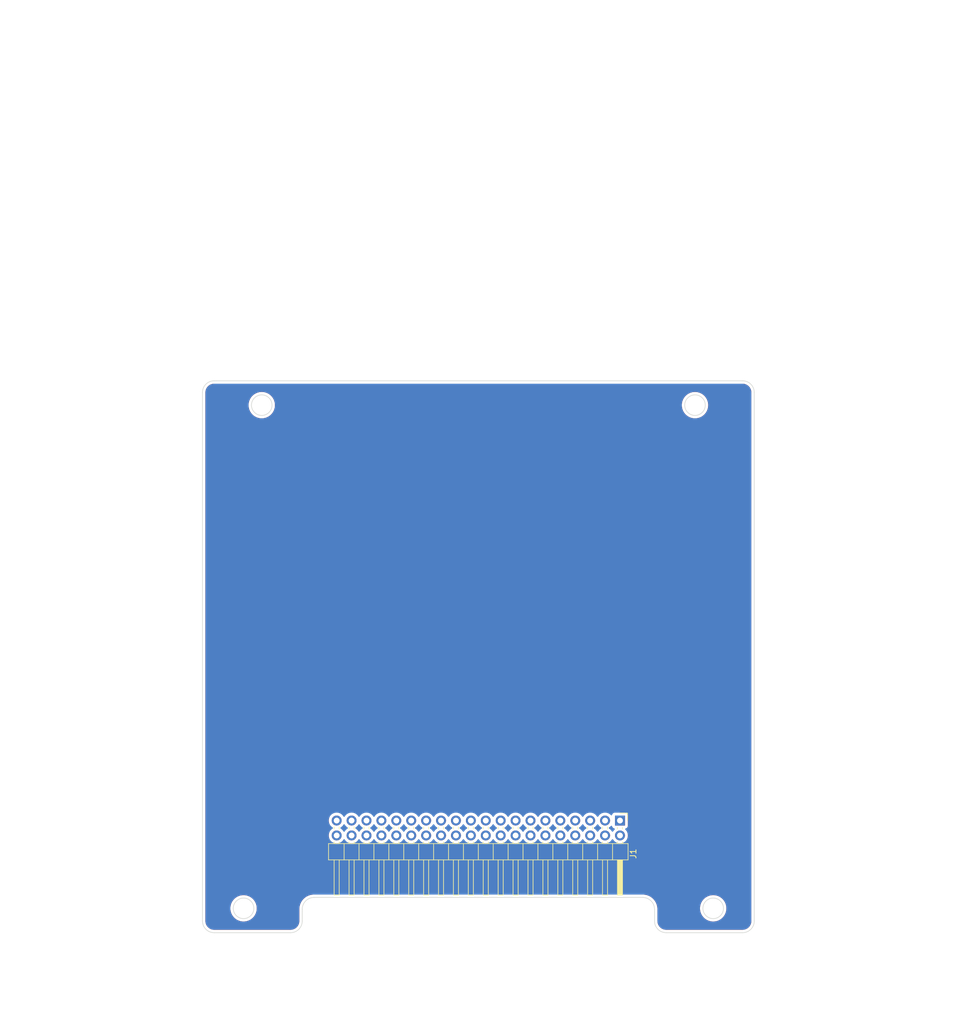
<source format=kicad_pcb>
(kicad_pcb (version 20241229) (generator "pcbnew") (generator_version "9.0")
  (layers (0 "F.Cu" signal) (2 "B.Cu" signal) (13 "F.Paste" user) (15 "B.Paste" user) (5 "F.SilkS" user "F.Silkscreen") (7 "B.SilkS" user "B.Silkscreen") (1 "F.Mask" user) (3 "B.Mask" user) (25 "Edge.Cuts" user))
  (net 0 "")
  (net 41 "gnd")
  (footprint "Connector_PinHeader_2.54mm:PinHeader_2x20_P2.54mm_Horizontal" (layer "F.Cu") (at 198.12 107.95 -90)
    (property "Reference" "J1" (at 5.655 -2.27 90) (layer "F.SilkS"))
    (property "Value" "Conn_02x20_Odd_Even")
    (fp_line (start 3.93 49.64) (end 6.69 49.64) (stroke (width 0.12)) (layer "F.SilkS"))
    (fp_line (start 6.69 49.64) (end 6.69 -1.38) (stroke (width 0.12)) (layer "F.SilkS"))
    (fp_line (start 1.077358 48.69) (end 1.462642 48.69) (stroke (width 0.12)) (layer "F.SilkS"))
    (fp_line (start 3.617358 48.69) (end 3.93 48.69) (stroke (width 0.12)) (layer "F.SilkS"))
    (fp_line (start 12.69 48.69) (end 6.69 48.69) (stroke (width 0.12)) (layer "F.SilkS"))
    (fp_line (start 1.077358 47.83) (end 1.462642 47.83) (stroke (width 0.12)) (layer "F.SilkS"))
    (fp_line (start 3.617358 47.83) (end 3.93 47.83) (stroke (width 0.12)) (layer "F.SilkS"))
    (fp_line (start 6.69 47.83) (end 12.69 47.83) (stroke (width 0.12)) (layer "F.SilkS"))
    (fp_line (start 12.69 47.83) (end 12.69 48.69) (stroke (width 0.12)) (layer "F.SilkS"))
    (fp_line (start 3.93 46.99) (end 6.69 46.99) (stroke (width 0.12)) (layer "F.SilkS"))
    (fp_line (start 1.077358 46.15) (end 1.462642 46.15) (stroke (width 0.12)) (layer "F.SilkS"))
    (fp_line (start 3.617358 46.15) (end 3.93 46.15) (stroke (width 0.12)) (layer "F.SilkS"))
    (fp_line (start 12.69 46.15) (end 6.69 46.15) (stroke (width 0.12)) (layer "F.SilkS"))
    (fp_line (start 1.077358 45.29) (end 1.462642 45.29) (stroke (width 0.12)) (layer "F.SilkS"))
    (fp_line (start 3.617358 45.29) (end 3.93 45.29) (stroke (width 0.12)) (layer "F.SilkS"))
    (fp_line (start 6.69 45.29) (end 12.69 45.29) (stroke (width 0.12)) (layer "F.SilkS"))
    (fp_line (start 12.69 45.29) (end 12.69 46.15) (stroke (width 0.12)) (layer "F.SilkS"))
    (fp_line (start 3.93 44.45) (end 6.69 44.45) (stroke (width 0.12)) (layer "F.SilkS"))
    (fp_line (start 1.077358 43.61) (end 1.462642 43.61) (stroke (width 0.12)) (layer "F.SilkS"))
    (fp_line (start 3.617358 43.61) (end 3.93 43.61) (stroke (width 0.12)) (layer "F.SilkS"))
    (fp_line (start 12.69 43.61) (end 6.69 43.61) (stroke (width 0.12)) (layer "F.SilkS"))
    (fp_line (start 1.077358 42.75) (end 1.462642 42.75) (stroke (width 0.12)) (layer "F.SilkS"))
    (fp_line (start 3.617358 42.75) (end 3.93 42.75) (stroke (width 0.12)) (layer "F.SilkS"))
    (fp_line (start 6.69 42.75) (end 12.69 42.75) (stroke (width 0.12)) (layer "F.SilkS"))
    (fp_line (start 12.69 42.75) (end 12.69 43.61) (stroke (width 0.12)) (layer "F.SilkS"))
    (fp_line (start 3.93 41.91) (end 6.69 41.91) (stroke (width 0.12)) (layer "F.SilkS"))
    (fp_line (start 1.077358 41.07) (end 1.462642 41.07) (stroke (width 0.12)) (layer "F.SilkS"))
    (fp_line (start 3.617358 41.07) (end 3.93 41.07) (stroke (width 0.12)) (layer "F.SilkS"))
    (fp_line (start 12.69 41.07) (end 6.69 41.07) (stroke (width 0.12)) (layer "F.SilkS"))
    (fp_line (start 1.077358 40.21) (end 1.462642 40.21) (stroke (width 0.12)) (layer "F.SilkS"))
    (fp_line (start 3.617358 40.21) (end 3.93 40.21) (stroke (width 0.12)) (layer "F.SilkS"))
    (fp_line (start 6.69 40.21) (end 12.69 40.21) (stroke (width 0.12)) (layer "F.SilkS"))
    (fp_line (start 12.69 40.21) (end 12.69 41.07) (stroke (width 0.12)) (layer "F.SilkS"))
    (fp_line (start 3.93 39.37) (end 6.69 39.37) (stroke (width 0.12)) (layer "F.SilkS"))
    (fp_line (start 1.077358 38.53) (end 1.462642 38.53) (stroke (width 0.12)) (layer "F.SilkS"))
    (fp_line (start 3.617358 38.53) (end 3.93 38.53) (stroke (width 0.12)) (layer "F.SilkS"))
    (fp_line (start 12.69 38.53) (end 6.69 38.53) (stroke (width 0.12)) (layer "F.SilkS"))
    (fp_line (start 1.077358 37.67) (end 1.462642 37.67) (stroke (width 0.12)) (layer "F.SilkS"))
    (fp_line (start 3.617358 37.67) (end 3.93 37.67) (stroke (width 0.12)) (layer "F.SilkS"))
    (fp_line (start 6.69 37.67) (end 12.69 37.67) (stroke (width 0.12)) (layer "F.SilkS"))
    (fp_line (start 12.69 37.67) (end 12.69 38.53) (stroke (width 0.12)) (layer "F.SilkS"))
    (fp_line (start 3.93 36.83) (end 6.69 36.83) (stroke (width 0.12)) (layer "F.SilkS"))
    (fp_line (start 1.077358 35.99) (end 1.462642 35.99) (stroke (width 0.12)) (layer "F.SilkS"))
    (fp_line (start 3.617358 35.99) (end 3.93 35.99) (stroke (width 0.12)) (layer "F.SilkS"))
    (fp_line (start 12.69 35.99) (end 6.69 35.99) (stroke (width 0.12)) (layer "F.SilkS"))
    (fp_line (start 1.077358 35.13) (end 1.462642 35.13) (stroke (width 0.12)) (layer "F.SilkS"))
    (fp_line (start 3.617358 35.13) (end 3.93 35.13) (stroke (width 0.12)) (layer "F.SilkS"))
    (fp_line (start 6.69 35.13) (end 12.69 35.13) (stroke (width 0.12)) (layer "F.SilkS"))
    (fp_line (start 12.69 35.13) (end 12.69 35.99) (stroke (width 0.12)) (layer "F.SilkS"))
    (fp_line (start 3.93 34.29) (end 6.69 34.29) (stroke (width 0.12)) (layer "F.SilkS"))
    (fp_line (start 1.077358 33.45) (end 1.462642 33.45) (stroke (width 0.12)) (layer "F.SilkS"))
    (fp_line (start 3.617358 33.45) (end 3.93 33.45) (stroke (width 0.12)) (layer "F.SilkS"))
    (fp_line (start 12.69 33.45) (end 6.69 33.45) (stroke (width 0.12)) (layer "F.SilkS"))
    (fp_line (start 1.077358 32.59) (end 1.462642 32.59) (stroke (width 0.12)) (layer "F.SilkS"))
    (fp_line (start 3.617358 32.59) (end 3.93 32.59) (stroke (width 0.12)) (layer "F.SilkS"))
    (fp_line (start 6.69 32.59) (end 12.69 32.59) (stroke (width 0.12)) (layer "F.SilkS"))
    (fp_line (start 12.69 32.59) (end 12.69 33.45) (stroke (width 0.12)) (layer "F.SilkS"))
    (fp_line (start 3.93 31.75) (end 6.69 31.75) (stroke (width 0.12)) (layer "F.SilkS"))
    (fp_line (start 1.077358 30.91) (end 1.462642 30.91) (stroke (width 0.12)) (layer "F.SilkS"))
    (fp_line (start 3.617358 30.91) (end 3.93 30.91) (stroke (width 0.12)) (layer "F.SilkS"))
    (fp_line (start 12.69 30.91) (end 6.69 30.91) (stroke (width 0.12)) (layer "F.SilkS"))
    (fp_line (start 1.077358 30.05) (end 1.462642 30.05) (stroke (width 0.12)) (layer "F.SilkS"))
    (fp_line (start 3.617358 30.05) (end 3.93 30.05) (stroke (width 0.12)) (layer "F.SilkS"))
    (fp_line (start 6.69 30.05) (end 12.69 30.05) (stroke (width 0.12)) (layer "F.SilkS"))
    (fp_line (start 12.69 30.05) (end 12.69 30.91) (stroke (width 0.12)) (layer "F.SilkS"))
    (fp_line (start 3.93 29.21) (end 6.69 29.21) (stroke (width 0.12)) (layer "F.SilkS"))
    (fp_line (start 1.077358 28.37) (end 1.462642 28.37) (stroke (width 0.12)) (layer "F.SilkS"))
    (fp_line (start 3.617358 28.37) (end 3.93 28.37) (stroke (width 0.12)) (layer "F.SilkS"))
    (fp_line (start 12.69 28.37) (end 6.69 28.37) (stroke (width 0.12)) (layer "F.SilkS"))
    (fp_line (start 1.077358 27.51) (end 1.462642 27.51) (stroke (width 0.12)) (layer "F.SilkS"))
    (fp_line (start 3.617358 27.51) (end 3.93 27.51) (stroke (width 0.12)) (layer "F.SilkS"))
    (fp_line (start 6.69 27.51) (end 12.69 27.51) (stroke (width 0.12)) (layer "F.SilkS"))
    (fp_line (start 12.69 27.51) (end 12.69 28.37) (stroke (width 0.12)) (layer "F.SilkS"))
    (fp_line (start 3.93 26.67) (end 6.69 26.67) (stroke (width 0.12)) (layer "F.SilkS"))
    (fp_line (start 1.077358 25.83) (end 1.462642 25.83) (stroke (width 0.12)) (layer "F.SilkS"))
    (fp_line (start 3.617358 25.83) (end 3.93 25.83) (stroke (width 0.12)) (layer "F.SilkS"))
    (fp_line (start 12.69 25.83) (end 6.69 25.83) (stroke (width 0.12)) (layer "F.SilkS"))
    (fp_line (start 1.077358 24.97) (end 1.462642 24.97) (stroke (width 0.12)) (layer "F.SilkS"))
    (fp_line (start 3.617358 24.97) (end 3.93 24.97) (stroke (width 0.12)) (layer "F.SilkS"))
    (fp_line (start 6.69 24.97) (end 12.69 24.97) (stroke (width 0.12)) (layer "F.SilkS"))
    (fp_line (start 12.69 24.97) (end 12.69 25.83) (stroke (width 0.12)) (layer "F.SilkS"))
    (fp_line (start 3.93 24.13) (end 6.69 24.13) (stroke (width 0.12)) (layer "F.SilkS"))
    (fp_line (start 1.077358 23.29) (end 1.462642 23.29) (stroke (width 0.12)) (layer "F.SilkS"))
    (fp_line (start 3.617358 23.29) (end 3.93 23.29) (stroke (width 0.12)) (layer "F.SilkS"))
    (fp_line (start 12.69 23.29) (end 6.69 23.29) (stroke (width 0.12)) (layer "F.SilkS"))
    (fp_line (start 1.077358 22.43) (end 1.462642 22.43) (stroke (width 0.12)) (layer "F.SilkS"))
    (fp_line (start 3.617358 22.43) (end 3.93 22.43) (stroke (width 0.12)) (layer "F.SilkS"))
    (fp_line (start 6.69 22.43) (end 12.69 22.43) (stroke (width 0.12)) (layer "F.SilkS"))
    (fp_line (start 12.69 22.43) (end 12.69 23.29) (stroke (width 0.12)) (layer "F.SilkS"))
    (fp_line (start 3.93 21.59) (end 6.69 21.59) (stroke (width 0.12)) (layer "F.SilkS"))
    (fp_line (start 1.077358 20.75) (end 1.462642 20.75) (stroke (width 0.12)) (layer "F.SilkS"))
    (fp_line (start 3.617358 20.75) (end 3.93 20.75) (stroke (width 0.12)) (layer "F.SilkS"))
    (fp_line (start 12.69 20.75) (end 6.69 20.75) (stroke (width 0.12)) (layer "F.SilkS"))
    (fp_line (start 1.077358 19.89) (end 1.462642 19.89) (stroke (width 0.12)) (layer "F.SilkS"))
    (fp_line (start 3.617358 19.89) (end 3.93 19.89) (stroke (width 0.12)) (layer "F.SilkS"))
    (fp_line (start 6.69 19.89) (end 12.69 19.89) (stroke (width 0.12)) (layer "F.SilkS"))
    (fp_line (start 12.69 19.89) (end 12.69 20.75) (stroke (width 0.12)) (layer "F.SilkS"))
    (fp_line (start 3.93 19.05) (end 6.69 19.05) (stroke (width 0.12)) (layer "F.SilkS"))
    (fp_line (start 1.077358 18.21) (end 1.462642 18.21) (stroke (width 0.12)) (layer "F.SilkS"))
    (fp_line (start 3.617358 18.21) (end 3.93 18.21) (stroke (width 0.12)) (layer "F.SilkS"))
    (fp_line (start 12.69 18.21) (end 6.69 18.21) (stroke (width 0.12)) (layer "F.SilkS"))
    (fp_line (start 1.077358 17.35) (end 1.462642 17.35) (stroke (width 0.12)) (layer "F.SilkS"))
    (fp_line (start 3.617358 17.35) (end 3.93 17.35) (stroke (width 0.12)) (layer "F.SilkS"))
    (fp_line (start 6.69 17.35) (end 12.69 17.35) (stroke (width 0.12)) (layer "F.SilkS"))
    (fp_line (start 12.69 17.35) (end 12.69 18.21) (stroke (width 0.12)) (layer "F.SilkS"))
    (fp_line (start 3.93 16.51) (end 6.69 16.51) (stroke (width 0.12)) (layer "F.SilkS"))
    (fp_line (start 1.077358 15.67) (end 1.462642 15.67) (stroke (width 0.12)) (layer "F.SilkS"))
    (fp_line (start 3.617358 15.67) (end 3.93 15.67) (stroke (width 0.12)) (layer "F.SilkS"))
    (fp_line (start 12.69 15.67) (end 6.69 15.67) (stroke (width 0.12)) (layer "F.SilkS"))
    (fp_line (start 1.077358 14.81) (end 1.462642 14.81) (stroke (width 0.12)) (layer "F.SilkS"))
    (fp_line (start 3.617358 14.81) (end 3.93 14.81) (stroke (width 0.12)) (layer "F.SilkS"))
    (fp_line (start 6.69 14.81) (end 12.69 14.81) (stroke (width 0.12)) (layer "F.SilkS"))
    (fp_line (start 12.69 14.81) (end 12.69 15.67) (stroke (width 0.12)) (layer "F.SilkS"))
    (fp_line (start 3.93 13.97) (end 6.69 13.97) (stroke (width 0.12)) (layer "F.SilkS"))
    (fp_line (start 1.077358 13.13) (end 1.462642 13.13) (stroke (width 0.12)) (layer "F.SilkS"))
    (fp_line (start 3.617358 13.13) (end 3.93 13.13) (stroke (width 0.12)) (layer "F.SilkS"))
    (fp_line (start 12.69 13.13) (end 6.69 13.13) (stroke (width 0.12)) (layer "F.SilkS"))
    (fp_line (start 1.077358 12.27) (end 1.462642 12.27) (stroke (width 0.12)) (layer "F.SilkS"))
    (fp_line (start 3.617358 12.27) (end 3.93 12.27) (stroke (width 0.12)) (layer "F.SilkS"))
    (fp_line (start 6.69 12.27) (end 12.69 12.27) (stroke (width 0.12)) (layer "F.SilkS"))
    (fp_line (start 12.69 12.27) (end 12.69 13.13) (stroke (width 0.12)) (layer "F.SilkS"))
    (fp_line (start 3.93 11.43) (end 6.69 11.43) (stroke (width 0.12)) (layer "F.SilkS"))
    (fp_line (start 1.077358 10.59) (end 1.462642 10.59) (stroke (width 0.12)) (layer "F.SilkS"))
    (fp_line (start 3.617358 10.59) (end 3.93 10.59) (stroke (width 0.12)) (layer "F.SilkS"))
    (fp_line (start 12.69 10.59) (end 6.69 10.59) (stroke (width 0.12)) (layer "F.SilkS"))
    (fp_line (start 1.077358 9.73) (end 1.462642 9.73) (stroke (width 0.12)) (layer "F.SilkS"))
    (fp_line (start 3.617358 9.73) (end 3.93 9.73) (stroke (width 0.12)) (layer "F.SilkS"))
    (fp_line (start 6.69 9.73) (end 12.69 9.73) (stroke (width 0.12)) (layer "F.SilkS"))
    (fp_line (start 12.69 9.73) (end 12.69 10.59) (stroke (width 0.12)) (layer "F.SilkS"))
    (fp_line (start 3.93 8.89) (end 6.69 8.89) (stroke (width 0.12)) (layer "F.SilkS"))
    (fp_line (start 1.077358 8.05) (end 1.462642 8.05) (stroke (width 0.12)) (layer "F.SilkS"))
    (fp_line (start 3.617358 8.05) (end 3.93 8.05) (stroke (width 0.12)) (layer "F.SilkS"))
    (fp_line (start 12.69 8.05) (end 6.69 8.05) (stroke (width 0.12)) (layer "F.SilkS"))
    (fp_line (start 1.077358 7.19) (end 1.462642 7.19) (stroke (width 0.12)) (layer "F.SilkS"))
    (fp_line (start 3.617358 7.19) (end 3.93 7.19) (stroke (width 0.12)) (layer "F.SilkS"))
    (fp_line (start 6.69 7.19) (end 12.69 7.19) (stroke (width 0.12)) (layer "F.SilkS"))
    (fp_line (start 12.69 7.19) (end 12.69 8.05) (stroke (width 0.12)) (layer "F.SilkS"))
    (fp_line (start 3.93 6.35) (end 6.69 6.35) (stroke (width 0.12)) (layer "F.SilkS"))
    (fp_line (start 1.077358 5.51) (end 1.462642 5.51) (stroke (width 0.12)) (layer "F.SilkS"))
    (fp_line (start 3.617358 5.51) (end 3.93 5.51) (stroke (width 0.12)) (layer "F.SilkS"))
    (fp_line (start 12.69 5.51) (end 6.69 5.51) (stroke (width 0.12)) (layer "F.SilkS"))
    (fp_line (start 1.077358 4.65) (end 1.462642 4.65) (stroke (width 0.12)) (layer "F.SilkS"))
    (fp_line (start 3.617358 4.65) (end 3.93 4.65) (stroke (width 0.12)) (layer "F.SilkS"))
    (fp_line (start 6.69 4.65) (end 12.69 4.65) (stroke (width 0.12)) (layer "F.SilkS"))
    (fp_line (start 12.69 4.65) (end 12.69 5.51) (stroke (width 0.12)) (layer "F.SilkS"))
    (fp_line (start 3.93 3.81) (end 6.69 3.81) (stroke (width 0.12)) (layer "F.SilkS"))
    (fp_line (start 1.077358 2.97) (end 1.462642 2.97) (stroke (width 0.12)) (layer "F.SilkS"))
    (fp_line (start 3.617358 2.97) (end 3.93 2.97) (stroke (width 0.12)) (layer "F.SilkS"))
    (fp_line (start 12.69 2.97) (end 6.69 2.97) (stroke (width 0.12)) (layer "F.SilkS"))
    (fp_line (start 1.077358 2.11) (end 1.462642 2.11) (stroke (width 0.12)) (layer "F.SilkS"))
    (fp_line (start 3.617358 2.11) (end 3.93 2.11) (stroke (width 0.12)) (layer "F.SilkS"))
    (fp_line (start 6.69 2.11) (end 12.69 2.11) (stroke (width 0.12)) (layer "F.SilkS"))
    (fp_line (start 12.69 2.11) (end 12.69 2.97) (stroke (width 0.12)) (layer "F.SilkS"))
    (fp_line (start 3.93 1.27) (end 6.69 1.27) (stroke (width 0.12)) (layer "F.SilkS"))
    (fp_line (start 1.16 0.43) (end 1.462642 0.43) (stroke (width 0.12)) (layer "F.SilkS"))
    (fp_line (start 3.617358 0.43) (end 3.93 0.43) (stroke (width 0.12)) (layer "F.SilkS"))
    (fp_line (start -1.27 0) (end -1.27 -1.27) (stroke (width 0.12)) (layer "F.SilkS"))
    (fp_line (start 1.16 -0.43) (end 1.462642 -0.43) (stroke (width 0.12)) (layer "F.SilkS"))
    (fp_line (start 3.617358 -0.43) (end 3.93 -0.43) (stroke (width 0.12)) (layer "F.SilkS"))
    (fp_line (start -1.27 -1.27) (end 0 -1.27) (stroke (width 0.12)) (layer "F.SilkS"))
    (fp_line (start 3.93 -1.38) (end 3.93 49.64) (stroke (width 0.12)) (layer "F.SilkS"))
    (fp_line (start 6.69 -1.38) (end 3.93 -1.38) (stroke (width 0.12)) (layer "F.SilkS"))
    (fp_rect (start 6.69 -0.43) (end 12.69 0.43) (stroke (width 0.12)) (fill yes) (layer "F.SilkS"))
    (pad "1" thru_hole rect (at 0 0 270) (size 1.7 1.7) (drill 1) (layers "*.Cu" "*.Mask"))
    (pad "2" thru_hole circle (at 2.54 0 270) (size 1.7 1.7) (drill 1) (layers "*.Cu" "*.Mask"))
    (pad "3" thru_hole circle (at 0 2.54 270) (size 1.7 1.7) (drill 1) (layers "*.Cu" "*.Mask"))
    (pad "4" thru_hole circle (at 2.54 2.54 270) (size 1.7 1.7) (drill 1) (layers "*.Cu" "*.Mask"))
    (pad "5" thru_hole circle (at 0 5.08 270) (size 1.7 1.7) (drill 1) (layers "*.Cu" "*.Mask"))
    (pad "6" thru_hole circle (at 2.54 5.08 270) (size 1.7 1.7) (drill 1) (layers "*.Cu" "*.Mask"))
    (pad "7" thru_hole circle (at 0 7.62 270) (size 1.7 1.7) (drill 1) (layers "*.Cu" "*.Mask"))
    (pad "8" thru_hole circle (at 2.54 7.62 270) (size 1.7 1.7) (drill 1) (layers "*.Cu" "*.Mask"))
    (pad "9" thru_hole circle (at 0 10.16 270) (size 1.7 1.7) (drill 1) (layers "*.Cu" "*.Mask"))
    (pad "10" thru_hole circle (at 2.54 10.16 270) (size 1.7 1.7) (drill 1) (layers "*.Cu" "*.Mask"))
    (pad "11" thru_hole circle (at 0 12.7 270) (size 1.7 1.7) (drill 1) (layers "*.Cu" "*.Mask"))
    (pad "12" thru_hole circle (at 2.54 12.7 270) (size 1.7 1.7) (drill 1) (layers "*.Cu" "*.Mask"))
    (pad "13" thru_hole circle (at 0 15.24 270) (size 1.7 1.7) (drill 1) (layers "*.Cu" "*.Mask"))
    (pad "14" thru_hole circle (at 2.54 15.24 270) (size 1.7 1.7) (drill 1) (layers "*.Cu" "*.Mask"))
    (pad "15" thru_hole circle (at 0 17.78 270) (size 1.7 1.7) (drill 1) (layers "*.Cu" "*.Mask"))
    (pad "16" thru_hole circle (at 2.54 17.78 270) (size 1.7 1.7) (drill 1) (layers "*.Cu" "*.Mask"))
    (pad "17" thru_hole circle (at 0 20.32 270) (size 1.7 1.7) (drill 1) (layers "*.Cu" "*.Mask"))
    (pad "18" thru_hole circle (at 2.54 20.32 270) (size 1.7 1.7) (drill 1) (layers "*.Cu" "*.Mask"))
    (pad "19" thru_hole circle (at 0 22.86 270) (size 1.7 1.7) (drill 1) (layers "*.Cu" "*.Mask"))
    (pad "20" thru_hole circle (at 2.54 22.86 270) (size 1.7 1.7) (drill 1) (layers "*.Cu" "*.Mask"))
    (pad "21" thru_hole circle (at 0 25.4 270) (size 1.7 1.7) (drill 1) (layers "*.Cu" "*.Mask"))
    (pad "22" thru_hole circle (at 2.54 25.4 270) (size 1.7 1.7) (drill 1) (layers "*.Cu" "*.Mask"))
    (pad "23" thru_hole circle (at 0 27.94 270) (size 1.7 1.7) (drill 1) (layers "*.Cu" "*.Mask"))
    (pad "24" thru_hole circle (at 2.54 27.94 270) (size 1.7 1.7) (drill 1) (layers "*.Cu" "*.Mask"))
    (pad "25" thru_hole circle (at 0 30.48 270) (size 1.7 1.7) (drill 1) (layers "*.Cu" "*.Mask"))
    (pad "26" thru_hole circle (at 2.54 30.48 270) (size 1.7 1.7) (drill 1) (layers "*.Cu" "*.Mask"))
    (pad "27" thru_hole circle (at 0 33.02 270) (size 1.7 1.7) (drill 1) (layers "*.Cu" "*.Mask"))
    (pad "28" thru_hole circle (at 2.54 33.02 270) (size 1.7 1.7) (drill 1) (layers "*.Cu" "*.Mask"))
    (pad "29" thru_hole circle (at 0 35.56 270) (size 1.7 1.7) (drill 1) (layers "*.Cu" "*.Mask"))
    (pad "30" thru_hole circle (at 2.54 35.56 270) (size 1.7 1.7) (drill 1) (layers "*.Cu" "*.Mask"))
    (pad "31" thru_hole circle (at 0 38.1 270) (size 1.7 1.7) (drill 1) (layers "*.Cu" "*.Mask"))
    (pad "32" thru_hole circle (at 2.54 38.1 270) (size 1.7 1.7) (drill 1) (layers "*.Cu" "*.Mask"))
    (pad "33" thru_hole circle (at 0 40.64 270) (size 1.7 1.7) (drill 1) (layers "*.Cu" "*.Mask"))
    (pad "34" thru_hole circle (at 2.54 40.64 270) (size 1.7 1.7) (drill 1) (layers "*.Cu" "*.Mask"))
    (pad "35" thru_hole circle (at 0 43.18 270) (size 1.7 1.7) (drill 1) (layers "*.Cu" "*.Mask"))
    (pad "36" thru_hole circle (at 2.54 43.18 270) (size 1.7 1.7) (drill 1) (layers "*.Cu" "*.Mask"))
    (pad "37" thru_hole circle (at 0 45.72 270) (size 1.7 1.7) (drill 1) (layers "*.Cu" "*.Mask"))
    (pad "38" thru_hole circle (at 2.54 45.72 270) (size 1.7 1.7) (drill 1) (layers "*.Cu" "*.Mask"))
    (pad "39" thru_hole circle (at 0 48.26 270) (size 1.7 1.7) (drill 1) (layers "*.Cu" "*.Mask"))
    (pad "40" thru_hole circle (at 2.54 48.26 270) (size 1.7 1.7) (drill 1) (layers "*.Cu" "*.Mask"))
  )
  (gr_arc (start 144 125.052) (mid 143.414214 126.466214) (end 142 127.052) (stroke (width 0.1)) (layer "Edge.Cuts"))
  (gr_arc (start 129 127.052) (mid 127.585786 126.466214) (end 127 125.052) (stroke (width 0.1)) (layer "Edge.Cuts"))
  (gr_arc (start 219 33.052) (mid 220.414214 33.637786) (end 221 35.052) (stroke (width 0.1)) (layer "Edge.Cuts"))
  (gr_line (start 144 123.052) (end 144 125.052) (stroke (width 0.1)) (layer "Edge.Cuts"))
  (gr_line (start 204 123.052) (end 204 125.052) (stroke (width 0.1)) (layer "Edge.Cuts"))
  (gr_arc (start 127 35.052) (mid 127.585786 33.637786) (end 129 33.052) (stroke (width 0.1)) (layer "Edge.Cuts"))
  (gr_circle (center 210.9 37.202) (end 212.65 37.202) (stroke (width 0.1)) (fill no) (layer "Edge.Cuts"))
  (gr_line (start 174 121.052) (end 202 121.052) (stroke (width 0.1)) (layer "Edge.Cuts"))
  (gr_line (start 206 127.052) (end 219 127.052) (stroke (width 0.1)) (layer "Edge.Cuts"))
  (gr_line (start 219 33.052) (end 129 33.052) (stroke (width 0.1)) (layer "Edge.Cuts"))
  (gr_circle (center 214 122.902) (end 215.75 122.902) (stroke (width 0.1)) (fill no) (layer "Edge.Cuts"))
  (gr_circle (center 137.1 37.202) (end 138.85 37.202) (stroke (width 0.1)) (fill no) (layer "Edge.Cuts"))
  (gr_line (start 174 121.052) (end 146 121.052) (stroke (width 0.1)) (layer "Edge.Cuts"))
  (gr_line (start 129 127.052) (end 142 127.052) (stroke (width 0.1)) (layer "Edge.Cuts"))
  (gr_line (start 127 35.052) (end 127 125.052) (stroke (width 0.1)) (layer "Edge.Cuts"))
  (gr_arc (start 206 127.052) (mid 204.585786 126.466214) (end 204 125.052) (stroke (width 0.1)) (layer "Edge.Cuts"))
  (gr_circle (center 134 122.902) (end 135.75 122.902) (stroke (width 0.1)) (fill no) (layer "Edge.Cuts"))
  (gr_arc (start 144 123.052) (mid 144.585786 121.637786) (end 146 121.052) (stroke (width 0.1)) (layer "Edge.Cuts"))
  (gr_arc (start 202 121.052) (mid 203.414214 121.637786) (end 204 123.052) (stroke (width 0.1)) (layer "Edge.Cuts"))
  (gr_arc (start 221 125.052) (mid 220.414214 126.466214) (end 219 127.052) (stroke (width 0.1)) (layer "Edge.Cuts"))
  (gr_line (start 221 125.052) (end 221 35.052) (stroke (width 0.1)) (layer "Edge.Cuts"))
  (zone (net 0) (net_name "") (layer "F.Cu") (name "face") (connect_pads (clearance 0)) (min_thickness 0.25)
    (keepout (tracks allowed) (vias allowed) (pads allowed) (copperpour not_allowed) (footprints allowed))
    (fill (thermal_gap 0.5) (thermal_bridge_width 0.5))
    (polygon (pts (xy 201.93 115.57) (xy 204.47 118.11) (xy 217.17 118.11) (xy 219.71 115.57) (xy 219.71 82.563331) (xy 219.71 82.556666) (xy 217.17 80.01) (xy 219.71 77.476666) (xy 219.71 77.483331) (xy 219.71 44.45) (xy 217.193579 41.91) (xy 207.01 41.91) (xy 204.47 39.37) (xy 204.47 34.29) (xy 176.553579 34.29) (xy 173.99 36.83) (xy 171.473579 34.29) (xy 143.51 34.29) (xy 143.51 39.37) (xy 140.993579 41.91) (xy 130.81 41.91) (xy 128.27 44.463331) (xy 128.27 77.483331) (xy 130.81 80.01) (xy 128.27 82.563331) (xy 128.27 115.583331) (xy 130.81 118.11) (xy 130.833579 118.11) (xy 143.533579 118.11) (xy 143.51 118.11) (xy 146.05 115.583331) (xy 146.05 111.76) (xy 146.05 106.68) (xy 147.32 105.41) (xy 148.59 105.41) (xy 148.59 111.76) (xy 199.39 111.76) (xy 199.39 105.41) (xy 201.93 105.41)))
  )
  (zone (net 41) (net_name "gnd") (layers "F.Cu" "B.Cu") (connect_pads (clearance 0.5)) (min_thickness 0.25) (fill yes (thermal_gap 0.5) (thermal_bridge_width 0.5) (island_removal_mode 2) (island_area_min 10))
    (polygon (pts (xy 125.73 34.29) (xy 128.27 31.75) (xy 219.71 31.75) (xy 222.25 34.29) (xy 222.504 124.968) (xy 219.964 128.27) (xy 203.2 128.27) (xy 203.2 122.047) (xy 144.78 122.047) (xy 144.78 128.27) (xy 128.016 128.27) (xy 125.984 125.73)))
  )
)
</source>
